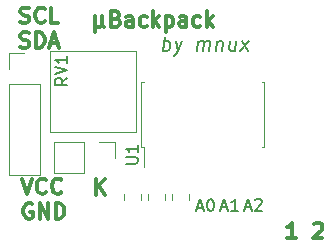
<source format=gbr>
%TF.GenerationSoftware,KiCad,Pcbnew,7.0.9*%
%TF.CreationDate,2024-02-11T18:26:08+01:00*%
%TF.ProjectId,8x2 backpack,38783220-6261-4636-9b70-61636b2e6b69,rev?*%
%TF.SameCoordinates,Original*%
%TF.FileFunction,Legend,Top*%
%TF.FilePolarity,Positive*%
%FSLAX46Y46*%
G04 Gerber Fmt 4.6, Leading zero omitted, Abs format (unit mm)*
G04 Created by KiCad (PCBNEW 7.0.9) date 2024-02-11 18:26:08*
%MOMM*%
%LPD*%
G01*
G04 APERTURE LIST*
%ADD10C,0.300000*%
%ADD11C,0.200000*%
%ADD12C,0.150000*%
%ADD13C,0.120000*%
G04 APERTURE END LIST*
D10*
X43178891Y-50879304D02*
X43178891Y-49579304D01*
X43921748Y-50879304D02*
X43364606Y-50136447D01*
X43921748Y-49579304D02*
X43178891Y-50322161D01*
X43066491Y-35788638D02*
X43066491Y-37088638D01*
X43685539Y-36469590D02*
X43747444Y-36593400D01*
X43747444Y-36593400D02*
X43871253Y-36655304D01*
X43066491Y-36469590D02*
X43128396Y-36593400D01*
X43128396Y-36593400D02*
X43252206Y-36655304D01*
X43252206Y-36655304D02*
X43499825Y-36655304D01*
X43499825Y-36655304D02*
X43623634Y-36593400D01*
X43623634Y-36593400D02*
X43685539Y-36469590D01*
X43685539Y-36469590D02*
X43685539Y-35788638D01*
X44861730Y-35974352D02*
X45047444Y-36036257D01*
X45047444Y-36036257D02*
X45109349Y-36098161D01*
X45109349Y-36098161D02*
X45171253Y-36221971D01*
X45171253Y-36221971D02*
X45171253Y-36407685D01*
X45171253Y-36407685D02*
X45109349Y-36531495D01*
X45109349Y-36531495D02*
X45047444Y-36593400D01*
X45047444Y-36593400D02*
X44923634Y-36655304D01*
X44923634Y-36655304D02*
X44428396Y-36655304D01*
X44428396Y-36655304D02*
X44428396Y-35355304D01*
X44428396Y-35355304D02*
X44861730Y-35355304D01*
X44861730Y-35355304D02*
X44985539Y-35417209D01*
X44985539Y-35417209D02*
X45047444Y-35479114D01*
X45047444Y-35479114D02*
X45109349Y-35602923D01*
X45109349Y-35602923D02*
X45109349Y-35726733D01*
X45109349Y-35726733D02*
X45047444Y-35850542D01*
X45047444Y-35850542D02*
X44985539Y-35912447D01*
X44985539Y-35912447D02*
X44861730Y-35974352D01*
X44861730Y-35974352D02*
X44428396Y-35974352D01*
X46285539Y-36655304D02*
X46285539Y-35974352D01*
X46285539Y-35974352D02*
X46223634Y-35850542D01*
X46223634Y-35850542D02*
X46099825Y-35788638D01*
X46099825Y-35788638D02*
X45852206Y-35788638D01*
X45852206Y-35788638D02*
X45728396Y-35850542D01*
X46285539Y-36593400D02*
X46161730Y-36655304D01*
X46161730Y-36655304D02*
X45852206Y-36655304D01*
X45852206Y-36655304D02*
X45728396Y-36593400D01*
X45728396Y-36593400D02*
X45666492Y-36469590D01*
X45666492Y-36469590D02*
X45666492Y-36345780D01*
X45666492Y-36345780D02*
X45728396Y-36221971D01*
X45728396Y-36221971D02*
X45852206Y-36160066D01*
X45852206Y-36160066D02*
X46161730Y-36160066D01*
X46161730Y-36160066D02*
X46285539Y-36098161D01*
X47461729Y-36593400D02*
X47337920Y-36655304D01*
X47337920Y-36655304D02*
X47090301Y-36655304D01*
X47090301Y-36655304D02*
X46966491Y-36593400D01*
X46966491Y-36593400D02*
X46904586Y-36531495D01*
X46904586Y-36531495D02*
X46842682Y-36407685D01*
X46842682Y-36407685D02*
X46842682Y-36036257D01*
X46842682Y-36036257D02*
X46904586Y-35912447D01*
X46904586Y-35912447D02*
X46966491Y-35850542D01*
X46966491Y-35850542D02*
X47090301Y-35788638D01*
X47090301Y-35788638D02*
X47337920Y-35788638D01*
X47337920Y-35788638D02*
X47461729Y-35850542D01*
X48018872Y-36655304D02*
X48018872Y-35355304D01*
X48142682Y-36160066D02*
X48514110Y-36655304D01*
X48514110Y-35788638D02*
X48018872Y-36283876D01*
X49071253Y-35788638D02*
X49071253Y-37088638D01*
X49071253Y-35850542D02*
X49195063Y-35788638D01*
X49195063Y-35788638D02*
X49442682Y-35788638D01*
X49442682Y-35788638D02*
X49566491Y-35850542D01*
X49566491Y-35850542D02*
X49628396Y-35912447D01*
X49628396Y-35912447D02*
X49690301Y-36036257D01*
X49690301Y-36036257D02*
X49690301Y-36407685D01*
X49690301Y-36407685D02*
X49628396Y-36531495D01*
X49628396Y-36531495D02*
X49566491Y-36593400D01*
X49566491Y-36593400D02*
X49442682Y-36655304D01*
X49442682Y-36655304D02*
X49195063Y-36655304D01*
X49195063Y-36655304D02*
X49071253Y-36593400D01*
X50804586Y-36655304D02*
X50804586Y-35974352D01*
X50804586Y-35974352D02*
X50742681Y-35850542D01*
X50742681Y-35850542D02*
X50618872Y-35788638D01*
X50618872Y-35788638D02*
X50371253Y-35788638D01*
X50371253Y-35788638D02*
X50247443Y-35850542D01*
X50804586Y-36593400D02*
X50680777Y-36655304D01*
X50680777Y-36655304D02*
X50371253Y-36655304D01*
X50371253Y-36655304D02*
X50247443Y-36593400D01*
X50247443Y-36593400D02*
X50185539Y-36469590D01*
X50185539Y-36469590D02*
X50185539Y-36345780D01*
X50185539Y-36345780D02*
X50247443Y-36221971D01*
X50247443Y-36221971D02*
X50371253Y-36160066D01*
X50371253Y-36160066D02*
X50680777Y-36160066D01*
X50680777Y-36160066D02*
X50804586Y-36098161D01*
X51980776Y-36593400D02*
X51856967Y-36655304D01*
X51856967Y-36655304D02*
X51609348Y-36655304D01*
X51609348Y-36655304D02*
X51485538Y-36593400D01*
X51485538Y-36593400D02*
X51423633Y-36531495D01*
X51423633Y-36531495D02*
X51361729Y-36407685D01*
X51361729Y-36407685D02*
X51361729Y-36036257D01*
X51361729Y-36036257D02*
X51423633Y-35912447D01*
X51423633Y-35912447D02*
X51485538Y-35850542D01*
X51485538Y-35850542D02*
X51609348Y-35788638D01*
X51609348Y-35788638D02*
X51856967Y-35788638D01*
X51856967Y-35788638D02*
X51980776Y-35850542D01*
X52537919Y-36655304D02*
X52537919Y-35355304D01*
X52661729Y-36160066D02*
X53033157Y-36655304D01*
X53033157Y-35788638D02*
X52537919Y-36283876D01*
D11*
X48811749Y-38704742D02*
X48961749Y-37504742D01*
X48904606Y-37961885D02*
X49026035Y-37904742D01*
X49026035Y-37904742D02*
X49254606Y-37904742D01*
X49254606Y-37904742D02*
X49361749Y-37961885D01*
X49361749Y-37961885D02*
X49411749Y-38019028D01*
X49411749Y-38019028D02*
X49454606Y-38133314D01*
X49454606Y-38133314D02*
X49411749Y-38476171D01*
X49411749Y-38476171D02*
X49340320Y-38590457D01*
X49340320Y-38590457D02*
X49276035Y-38647600D01*
X49276035Y-38647600D02*
X49154606Y-38704742D01*
X49154606Y-38704742D02*
X48926035Y-38704742D01*
X48926035Y-38704742D02*
X48818892Y-38647600D01*
X49883177Y-37904742D02*
X50068892Y-38704742D01*
X50454606Y-37904742D02*
X50068892Y-38704742D01*
X50068892Y-38704742D02*
X49918892Y-38990457D01*
X49918892Y-38990457D02*
X49854606Y-39047600D01*
X49854606Y-39047600D02*
X49733177Y-39104742D01*
X51726035Y-38704742D02*
X51826035Y-37904742D01*
X51811749Y-38019028D02*
X51876035Y-37961885D01*
X51876035Y-37961885D02*
X51997464Y-37904742D01*
X51997464Y-37904742D02*
X52168892Y-37904742D01*
X52168892Y-37904742D02*
X52276035Y-37961885D01*
X52276035Y-37961885D02*
X52318892Y-38076171D01*
X52318892Y-38076171D02*
X52240321Y-38704742D01*
X52318892Y-38076171D02*
X52390321Y-37961885D01*
X52390321Y-37961885D02*
X52511749Y-37904742D01*
X52511749Y-37904742D02*
X52683178Y-37904742D01*
X52683178Y-37904742D02*
X52790321Y-37961885D01*
X52790321Y-37961885D02*
X52833178Y-38076171D01*
X52833178Y-38076171D02*
X52754606Y-38704742D01*
X53426035Y-37904742D02*
X53326035Y-38704742D01*
X53411749Y-38019028D02*
X53476035Y-37961885D01*
X53476035Y-37961885D02*
X53597464Y-37904742D01*
X53597464Y-37904742D02*
X53768892Y-37904742D01*
X53768892Y-37904742D02*
X53876035Y-37961885D01*
X53876035Y-37961885D02*
X53918892Y-38076171D01*
X53918892Y-38076171D02*
X53840321Y-38704742D01*
X55026035Y-37904742D02*
X54926035Y-38704742D01*
X54511749Y-37904742D02*
X54433178Y-38533314D01*
X54433178Y-38533314D02*
X54476035Y-38647600D01*
X54476035Y-38647600D02*
X54583178Y-38704742D01*
X54583178Y-38704742D02*
X54754606Y-38704742D01*
X54754606Y-38704742D02*
X54876035Y-38647600D01*
X54876035Y-38647600D02*
X54940320Y-38590457D01*
X55383177Y-38704742D02*
X56111749Y-37904742D01*
X55483177Y-37904742D02*
X56011749Y-38704742D01*
D10*
X36757587Y-36278400D02*
X36943301Y-36340304D01*
X36943301Y-36340304D02*
X37252825Y-36340304D01*
X37252825Y-36340304D02*
X37376634Y-36278400D01*
X37376634Y-36278400D02*
X37438539Y-36216495D01*
X37438539Y-36216495D02*
X37500444Y-36092685D01*
X37500444Y-36092685D02*
X37500444Y-35968876D01*
X37500444Y-35968876D02*
X37438539Y-35845066D01*
X37438539Y-35845066D02*
X37376634Y-35783161D01*
X37376634Y-35783161D02*
X37252825Y-35721257D01*
X37252825Y-35721257D02*
X37005206Y-35659352D01*
X37005206Y-35659352D02*
X36881396Y-35597447D01*
X36881396Y-35597447D02*
X36819491Y-35535542D01*
X36819491Y-35535542D02*
X36757587Y-35411733D01*
X36757587Y-35411733D02*
X36757587Y-35287923D01*
X36757587Y-35287923D02*
X36819491Y-35164114D01*
X36819491Y-35164114D02*
X36881396Y-35102209D01*
X36881396Y-35102209D02*
X37005206Y-35040304D01*
X37005206Y-35040304D02*
X37314729Y-35040304D01*
X37314729Y-35040304D02*
X37500444Y-35102209D01*
X38800443Y-36216495D02*
X38738539Y-36278400D01*
X38738539Y-36278400D02*
X38552824Y-36340304D01*
X38552824Y-36340304D02*
X38429015Y-36340304D01*
X38429015Y-36340304D02*
X38243301Y-36278400D01*
X38243301Y-36278400D02*
X38119491Y-36154590D01*
X38119491Y-36154590D02*
X38057586Y-36030780D01*
X38057586Y-36030780D02*
X37995682Y-35783161D01*
X37995682Y-35783161D02*
X37995682Y-35597447D01*
X37995682Y-35597447D02*
X38057586Y-35349828D01*
X38057586Y-35349828D02*
X38119491Y-35226019D01*
X38119491Y-35226019D02*
X38243301Y-35102209D01*
X38243301Y-35102209D02*
X38429015Y-35040304D01*
X38429015Y-35040304D02*
X38552824Y-35040304D01*
X38552824Y-35040304D02*
X38738539Y-35102209D01*
X38738539Y-35102209D02*
X38800443Y-35164114D01*
X39976634Y-36340304D02*
X39357586Y-36340304D01*
X39357586Y-36340304D02*
X39357586Y-35040304D01*
X36757587Y-38371400D02*
X36943301Y-38433304D01*
X36943301Y-38433304D02*
X37252825Y-38433304D01*
X37252825Y-38433304D02*
X37376634Y-38371400D01*
X37376634Y-38371400D02*
X37438539Y-38309495D01*
X37438539Y-38309495D02*
X37500444Y-38185685D01*
X37500444Y-38185685D02*
X37500444Y-38061876D01*
X37500444Y-38061876D02*
X37438539Y-37938066D01*
X37438539Y-37938066D02*
X37376634Y-37876161D01*
X37376634Y-37876161D02*
X37252825Y-37814257D01*
X37252825Y-37814257D02*
X37005206Y-37752352D01*
X37005206Y-37752352D02*
X36881396Y-37690447D01*
X36881396Y-37690447D02*
X36819491Y-37628542D01*
X36819491Y-37628542D02*
X36757587Y-37504733D01*
X36757587Y-37504733D02*
X36757587Y-37380923D01*
X36757587Y-37380923D02*
X36819491Y-37257114D01*
X36819491Y-37257114D02*
X36881396Y-37195209D01*
X36881396Y-37195209D02*
X37005206Y-37133304D01*
X37005206Y-37133304D02*
X37314729Y-37133304D01*
X37314729Y-37133304D02*
X37500444Y-37195209D01*
X38057586Y-38433304D02*
X38057586Y-37133304D01*
X38057586Y-37133304D02*
X38367110Y-37133304D01*
X38367110Y-37133304D02*
X38552824Y-37195209D01*
X38552824Y-37195209D02*
X38676634Y-37319019D01*
X38676634Y-37319019D02*
X38738539Y-37442828D01*
X38738539Y-37442828D02*
X38800443Y-37690447D01*
X38800443Y-37690447D02*
X38800443Y-37876161D01*
X38800443Y-37876161D02*
X38738539Y-38123780D01*
X38738539Y-38123780D02*
X38676634Y-38247590D01*
X38676634Y-38247590D02*
X38552824Y-38371400D01*
X38552824Y-38371400D02*
X38367110Y-38433304D01*
X38367110Y-38433304D02*
X38057586Y-38433304D01*
X39295682Y-38061876D02*
X39914729Y-38061876D01*
X39171872Y-38433304D02*
X39605205Y-37133304D01*
X39605205Y-37133304D02*
X40038539Y-38433304D01*
X36887777Y-49518304D02*
X37321110Y-50818304D01*
X37321110Y-50818304D02*
X37754444Y-49518304D01*
X38930634Y-50694495D02*
X38868730Y-50756400D01*
X38868730Y-50756400D02*
X38683015Y-50818304D01*
X38683015Y-50818304D02*
X38559206Y-50818304D01*
X38559206Y-50818304D02*
X38373492Y-50756400D01*
X38373492Y-50756400D02*
X38249682Y-50632590D01*
X38249682Y-50632590D02*
X38187777Y-50508780D01*
X38187777Y-50508780D02*
X38125873Y-50261161D01*
X38125873Y-50261161D02*
X38125873Y-50075447D01*
X38125873Y-50075447D02*
X38187777Y-49827828D01*
X38187777Y-49827828D02*
X38249682Y-49704019D01*
X38249682Y-49704019D02*
X38373492Y-49580209D01*
X38373492Y-49580209D02*
X38559206Y-49518304D01*
X38559206Y-49518304D02*
X38683015Y-49518304D01*
X38683015Y-49518304D02*
X38868730Y-49580209D01*
X38868730Y-49580209D02*
X38930634Y-49642114D01*
X40230634Y-50694495D02*
X40168730Y-50756400D01*
X40168730Y-50756400D02*
X39983015Y-50818304D01*
X39983015Y-50818304D02*
X39859206Y-50818304D01*
X39859206Y-50818304D02*
X39673492Y-50756400D01*
X39673492Y-50756400D02*
X39549682Y-50632590D01*
X39549682Y-50632590D02*
X39487777Y-50508780D01*
X39487777Y-50508780D02*
X39425873Y-50261161D01*
X39425873Y-50261161D02*
X39425873Y-50075447D01*
X39425873Y-50075447D02*
X39487777Y-49827828D01*
X39487777Y-49827828D02*
X39549682Y-49704019D01*
X39549682Y-49704019D02*
X39673492Y-49580209D01*
X39673492Y-49580209D02*
X39859206Y-49518304D01*
X39859206Y-49518304D02*
X39983015Y-49518304D01*
X39983015Y-49518304D02*
X40168730Y-49580209D01*
X40168730Y-49580209D02*
X40230634Y-49642114D01*
X37754444Y-51673209D02*
X37630634Y-51611304D01*
X37630634Y-51611304D02*
X37444920Y-51611304D01*
X37444920Y-51611304D02*
X37259206Y-51673209D01*
X37259206Y-51673209D02*
X37135396Y-51797019D01*
X37135396Y-51797019D02*
X37073491Y-51920828D01*
X37073491Y-51920828D02*
X37011587Y-52168447D01*
X37011587Y-52168447D02*
X37011587Y-52354161D01*
X37011587Y-52354161D02*
X37073491Y-52601780D01*
X37073491Y-52601780D02*
X37135396Y-52725590D01*
X37135396Y-52725590D02*
X37259206Y-52849400D01*
X37259206Y-52849400D02*
X37444920Y-52911304D01*
X37444920Y-52911304D02*
X37568729Y-52911304D01*
X37568729Y-52911304D02*
X37754444Y-52849400D01*
X37754444Y-52849400D02*
X37816348Y-52787495D01*
X37816348Y-52787495D02*
X37816348Y-52354161D01*
X37816348Y-52354161D02*
X37568729Y-52354161D01*
X38373491Y-52911304D02*
X38373491Y-51611304D01*
X38373491Y-51611304D02*
X39116348Y-52911304D01*
X39116348Y-52911304D02*
X39116348Y-51611304D01*
X39735396Y-52911304D02*
X39735396Y-51611304D01*
X39735396Y-51611304D02*
X40044920Y-51611304D01*
X40044920Y-51611304D02*
X40230634Y-51673209D01*
X40230634Y-51673209D02*
X40354444Y-51797019D01*
X40354444Y-51797019D02*
X40416349Y-51920828D01*
X40416349Y-51920828D02*
X40478253Y-52168447D01*
X40478253Y-52168447D02*
X40478253Y-52354161D01*
X40478253Y-52354161D02*
X40416349Y-52601780D01*
X40416349Y-52601780D02*
X40354444Y-52725590D01*
X40354444Y-52725590D02*
X40230634Y-52849400D01*
X40230634Y-52849400D02*
X40044920Y-52911304D01*
X40044920Y-52911304D02*
X39735396Y-52911304D01*
D12*
X45682819Y-48259904D02*
X46492342Y-48259904D01*
X46492342Y-48259904D02*
X46587580Y-48212285D01*
X46587580Y-48212285D02*
X46635200Y-48164666D01*
X46635200Y-48164666D02*
X46682819Y-48069428D01*
X46682819Y-48069428D02*
X46682819Y-47878952D01*
X46682819Y-47878952D02*
X46635200Y-47783714D01*
X46635200Y-47783714D02*
X46587580Y-47736095D01*
X46587580Y-47736095D02*
X46492342Y-47688476D01*
X46492342Y-47688476D02*
X45682819Y-47688476D01*
X46682819Y-46688476D02*
X46682819Y-47259904D01*
X46682819Y-46974190D02*
X45682819Y-46974190D01*
X45682819Y-46974190D02*
X45825676Y-47069428D01*
X45825676Y-47069428D02*
X45920914Y-47164666D01*
X45920914Y-47164666D02*
X45968533Y-47259904D01*
D10*
X60095870Y-54578144D02*
X59353013Y-54578144D01*
X59724441Y-54578144D02*
X59724441Y-53278144D01*
X59724441Y-53278144D02*
X59600632Y-53463859D01*
X59600632Y-53463859D02*
X59476822Y-53587668D01*
X59476822Y-53587668D02*
X59353013Y-53649573D01*
X61581584Y-53401954D02*
X61643488Y-53340049D01*
X61643488Y-53340049D02*
X61767298Y-53278144D01*
X61767298Y-53278144D02*
X62076822Y-53278144D01*
X62076822Y-53278144D02*
X62200631Y-53340049D01*
X62200631Y-53340049D02*
X62262536Y-53401954D01*
X62262536Y-53401954D02*
X62324441Y-53525763D01*
X62324441Y-53525763D02*
X62324441Y-53649573D01*
X62324441Y-53649573D02*
X62262536Y-53835287D01*
X62262536Y-53835287D02*
X61519679Y-54578144D01*
X61519679Y-54578144D02*
X62324441Y-54578144D01*
D12*
X51718914Y-51979604D02*
X52195104Y-51979604D01*
X51623676Y-52265319D02*
X51957009Y-51265319D01*
X51957009Y-51265319D02*
X52290342Y-52265319D01*
X52814152Y-51265319D02*
X52909390Y-51265319D01*
X52909390Y-51265319D02*
X53004628Y-51312938D01*
X53004628Y-51312938D02*
X53052247Y-51360557D01*
X53052247Y-51360557D02*
X53099866Y-51455795D01*
X53099866Y-51455795D02*
X53147485Y-51646271D01*
X53147485Y-51646271D02*
X53147485Y-51884366D01*
X53147485Y-51884366D02*
X53099866Y-52074842D01*
X53099866Y-52074842D02*
X53052247Y-52170080D01*
X53052247Y-52170080D02*
X53004628Y-52217700D01*
X53004628Y-52217700D02*
X52909390Y-52265319D01*
X52909390Y-52265319D02*
X52814152Y-52265319D01*
X52814152Y-52265319D02*
X52718914Y-52217700D01*
X52718914Y-52217700D02*
X52671295Y-52170080D01*
X52671295Y-52170080D02*
X52623676Y-52074842D01*
X52623676Y-52074842D02*
X52576057Y-51884366D01*
X52576057Y-51884366D02*
X52576057Y-51646271D01*
X52576057Y-51646271D02*
X52623676Y-51455795D01*
X52623676Y-51455795D02*
X52671295Y-51360557D01*
X52671295Y-51360557D02*
X52718914Y-51312938D01*
X52718914Y-51312938D02*
X52814152Y-51265319D01*
X40713819Y-40981238D02*
X40237628Y-41314571D01*
X40713819Y-41552666D02*
X39713819Y-41552666D01*
X39713819Y-41552666D02*
X39713819Y-41171714D01*
X39713819Y-41171714D02*
X39761438Y-41076476D01*
X39761438Y-41076476D02*
X39809057Y-41028857D01*
X39809057Y-41028857D02*
X39904295Y-40981238D01*
X39904295Y-40981238D02*
X40047152Y-40981238D01*
X40047152Y-40981238D02*
X40142390Y-41028857D01*
X40142390Y-41028857D02*
X40190009Y-41076476D01*
X40190009Y-41076476D02*
X40237628Y-41171714D01*
X40237628Y-41171714D02*
X40237628Y-41552666D01*
X39713819Y-40695523D02*
X40713819Y-40362190D01*
X40713819Y-40362190D02*
X39713819Y-40028857D01*
X40713819Y-39171714D02*
X40713819Y-39743142D01*
X40713819Y-39457428D02*
X39713819Y-39457428D01*
X39713819Y-39457428D02*
X39856676Y-39552666D01*
X39856676Y-39552666D02*
X39951914Y-39647904D01*
X39951914Y-39647904D02*
X39999533Y-39743142D01*
X55782914Y-51954204D02*
X56259104Y-51954204D01*
X55687676Y-52239919D02*
X56021009Y-51239919D01*
X56021009Y-51239919D02*
X56354342Y-52239919D01*
X56640057Y-51335157D02*
X56687676Y-51287538D01*
X56687676Y-51287538D02*
X56782914Y-51239919D01*
X56782914Y-51239919D02*
X57021009Y-51239919D01*
X57021009Y-51239919D02*
X57116247Y-51287538D01*
X57116247Y-51287538D02*
X57163866Y-51335157D01*
X57163866Y-51335157D02*
X57211485Y-51430395D01*
X57211485Y-51430395D02*
X57211485Y-51525633D01*
X57211485Y-51525633D02*
X57163866Y-51668490D01*
X57163866Y-51668490D02*
X56592438Y-52239919D01*
X56592438Y-52239919D02*
X57211485Y-52239919D01*
X53750914Y-51954204D02*
X54227104Y-51954204D01*
X53655676Y-52239919D02*
X53989009Y-51239919D01*
X53989009Y-51239919D02*
X54322342Y-52239919D01*
X55179485Y-52239919D02*
X54608057Y-52239919D01*
X54893771Y-52239919D02*
X54893771Y-51239919D01*
X54893771Y-51239919D02*
X54798533Y-51382776D01*
X54798533Y-51382776D02*
X54703295Y-51478014D01*
X54703295Y-51478014D02*
X54608057Y-51525633D01*
D13*
%TO.C,U1*%
X57407000Y-41300000D02*
X57202000Y-41300000D01*
X46987000Y-41300000D02*
X47192000Y-41300000D01*
X57407000Y-44060000D02*
X57407000Y-41300000D01*
X57407000Y-44060000D02*
X57407000Y-46820000D01*
X46987000Y-44060000D02*
X46987000Y-41300000D01*
X46987000Y-44060000D02*
X46987000Y-46820000D01*
X57407000Y-46820000D02*
X57202000Y-46820000D01*
X47192000Y-46820000D02*
X47192000Y-48510000D01*
X46987000Y-46820000D02*
X47192000Y-46820000D01*
%TO.C,J3*%
X44764000Y-46422000D02*
X44764000Y-47752000D01*
X43434000Y-46422000D02*
X44764000Y-46422000D01*
X42164000Y-46422000D02*
X39564000Y-46422000D01*
X42164000Y-46422000D02*
X42164000Y-49082000D01*
X39564000Y-46422000D02*
X39564000Y-49082000D01*
X42164000Y-49082000D02*
X39564000Y-49082000D01*
%TO.C,A0*%
X45493000Y-51304564D02*
X45493000Y-50850436D01*
X46963000Y-51304564D02*
X46963000Y-50850436D01*
%TO.C,RV1*%
X39276000Y-38744000D02*
X39276000Y-45584000D01*
X39276000Y-38744000D02*
X46506000Y-38744000D01*
X39276000Y-45584000D02*
X46506000Y-45584000D01*
X46506000Y-38744000D02*
X46506000Y-45584000D01*
%TO.C,A2*%
X49557000Y-51304564D02*
X49557000Y-50850436D01*
X51027000Y-51304564D02*
X51027000Y-50850436D01*
%TO.C,J2*%
X35754000Y-38920000D02*
X37084000Y-38920000D01*
X35754000Y-40250000D02*
X35754000Y-38920000D01*
X35754000Y-41520000D02*
X35754000Y-49200000D01*
X35754000Y-41520000D02*
X38414000Y-41520000D01*
X35754000Y-49200000D02*
X38414000Y-49200000D01*
X38414000Y-41520000D02*
X38414000Y-49200000D01*
%TO.C,A1*%
X47525000Y-51304564D02*
X47525000Y-50850436D01*
X48995000Y-51304564D02*
X48995000Y-50850436D01*
%TD*%
M02*

</source>
